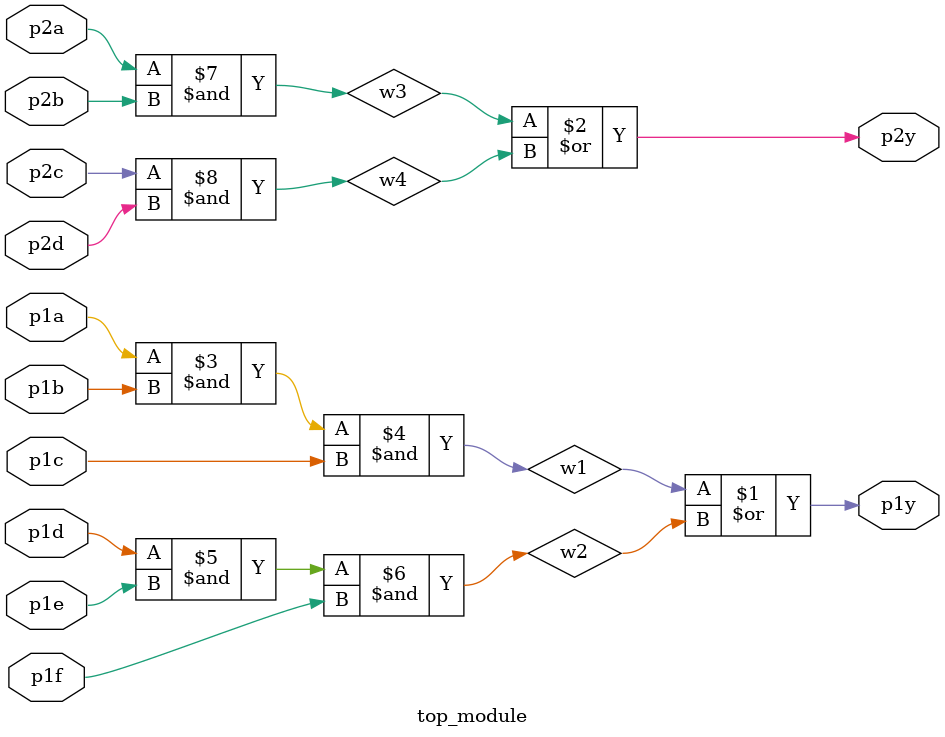
<source format=v>
module top_module (input p1a, p1b, p1c, p1d, p1e, p1f,    output p1y,    input p2a, p2b, p2c, p2d,    output p2y );

    wire w1;
    wire w2;
    wire w3;
    wire w4;
    assign p1y=w1|w2;
    assign p2y=w3|w4;
    assign w1=p1a&p1b&p1c;
    assign w2=p1d&p1e&p1f;
    assign w3=p2a&p2b;
    assign w4=p2c&p2d;

endmodule

</source>
